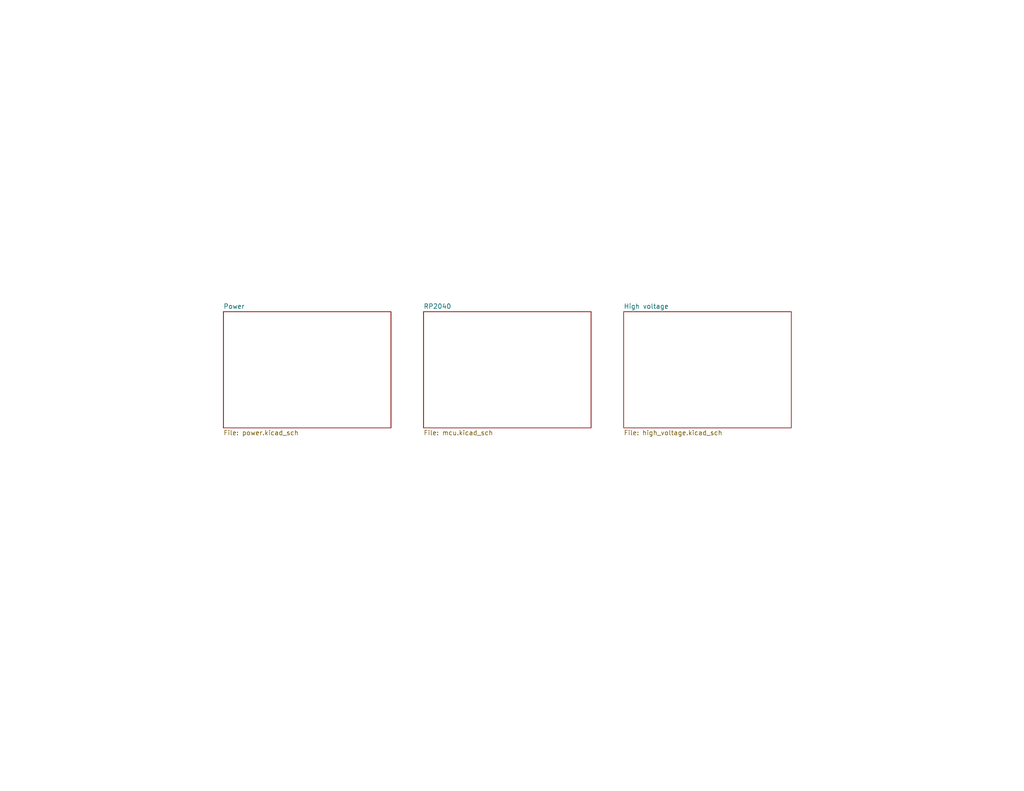
<source format=kicad_sch>
(kicad_sch (version 20230121) (generator eeschema)
  (paper "USLetter")
  (title_block (title "High Voltage Circuitry") (rev "."))
  (lib_symbols)
  (sheet (at 60.96 85.09) (size 45.72 31.75) (stroke (width 0.1524))
    (property "Sheetname" "Power" (at 60.96 84.3784 0) (effects (justify left bottom)))
    (property "Sheetfile" "power.kicad_sch" (at 60.96 117.4246 0) (effects (justify left top)))
  )
  (sheet (at 115.57 85.09) (size 45.72 31.75) (stroke (width 0.1524))
    (property "Sheetname" "RP2040" (at 115.57 84.3784 0) (effects (justify left bottom)))
    (property "Sheetfile" "mcu.kicad_sch" (at 115.57 117.4246 0) (effects (justify left top)))
  )
  (sheet (at 170.18 85.09) (size 45.72 31.75) (stroke (width 0.1524))
    (property "Sheetname" "High voltage" (at 170.18 84.3784 0) (effects (justify left bottom)))
    (property "Sheetfile" "high_voltage.kicad_sch" (at 170.18 117.4246 0) (effects (justify left top)))
  )
)
</source>
